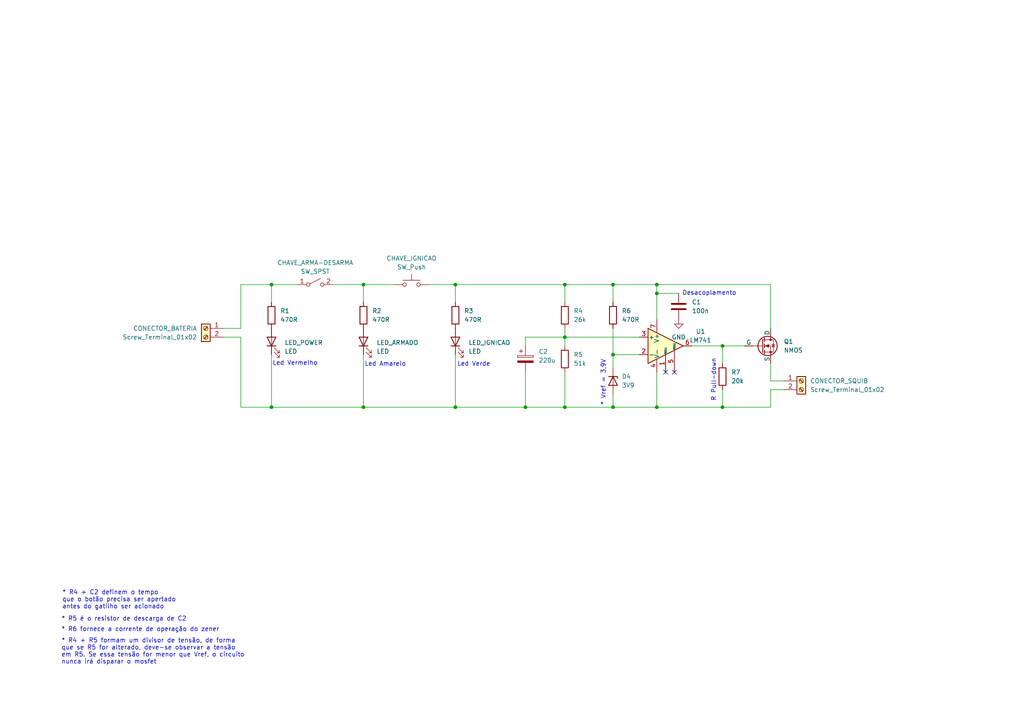
<source format=kicad_sch>
(kicad_sch (version 20231120) (generator "eeschema") (generator_version "8.0")
  (paper "A4")
  (title_block (title "Circuito acionador de combustível de motor") (date "2024-09-20") (rev "1") (company "Asa Branca Aerospace"))
  (lib_symbols
    (symbol "Amplifier_Operational:LM741" (pin_names (offset 0.127))
      (property "Reference" "U" (at 0 6.35 0))
      (property "Value" "LM741" (at 0 3.81 0))
      (symbol "LM741_0_1"
        (polyline (pts (xy -5.08 5.08) (xy 5.08 0) (xy -5.08 -5.08) (xy -5.08 5.08)) (stroke (width 0.254)) (fill (type background)))
      )
      (symbol "LM741_1_1"
        (pin input line (at 0 -7.62 90) (length 5.08) (name "NULL") (number "1"))
        (pin input line (at -7.62 -2.54 0) (length 2.54) (name "-") (number "2"))
        (pin input line (at -7.62 2.54 0) (length 2.54) (name "+") (number "3"))
        (pin power_in line (at -2.54 -7.62 90) (length 3.81) (name "V-") (number "4"))
        (pin input line (at 2.54 -7.62 90) (length 6.35) (name "NULL") (number "5"))
        (pin output line (at 7.62 0 180) (length 2.54) (name "~") (number "6"))
        (pin power_in line (at -2.54 7.62 270) (length 3.81) (name "V+") (number "7"))
        (pin no_connect line (at 0 2.54 270) (length 2.54) hide (name "NC") (number "8"))
      )
    )
    (symbol "Connector:Screw_Terminal_01x02" (pin_names (offset 1.016) hide)
      (property "Reference" "J" (at 0 2.54 0))
      (property "Value" "Screw_Terminal_01x02" (at 0 -5.08 0))
      (symbol "Screw_Terminal_01x02_1_1"
        (rectangle (start -1.27 1.27) (end 1.27 -3.81) (stroke (width 0.254)) (fill (type background)))
        (circle (center 0 -2.54) (radius 0.635) (stroke (width 0.1524)))
        (polyline (pts (xy -0.5334 -2.2098) (xy 0.3302 -3.048)) (stroke (width 0.1524)))
        (polyline (pts (xy -0.5334 0.3302) (xy 0.3302 -0.508)) (stroke (width 0.1524)))
        (polyline (pts (xy -0.3556 -2.032) (xy 0.508 -2.8702)) (stroke (width 0.1524)))
        (polyline (pts (xy -0.3556 0.508) (xy 0.508 -0.3302)) (stroke (width 0.1524)))
        (circle (center 0 0) (radius 0.635) (stroke (width 0.1524)))
        (pin passive line (at -5.08 0 0) (length 3.81) (name "Pin_1") (number "1"))
        (pin passive line (at -5.08 -2.54 0) (length 3.81) (name "Pin_2") (number "2"))
      )
    )
    (symbol "Device:C" (pin_numbers hide) (pin_names (offset 0.254))
      (property "Reference" "C" (at 0.635 2.54 0))
      (property "Value" "C" (at 0.635 -2.54 0))
      (symbol "C_0_1"
        (polyline (pts (xy -2.032 -0.762) (xy 2.032 -0.762)) (stroke (width 0.508)))
        (polyline (pts (xy -2.032 0.762) (xy 2.032 0.762)) (stroke (width 0.508)))
      )
      (symbol "C_1_1"
        (pin passive line (at 0 3.81 270) (length 2.794) (name "~") (number "1"))
        (pin passive line (at 0 -3.81 90) (length 2.794) (name "~") (number "2"))
      )
    )
    (symbol "Device:C_Polarized" (pin_numbers hide) (pin_names (offset 0.254))
      (property "Reference" "C" (at 0.635 2.54 0))
      (property "Value" "C_Polarized" (at 0.635 -2.54 0))
      (symbol "C_Polarized_0_1"
        (rectangle (start -2.286 0.508) (end 2.286 1.016))
        (polyline (pts (xy -1.778 2.286) (xy -0.762 2.286)))
        (polyline (pts (xy -1.27 2.794) (xy -1.27 1.778)))
        (rectangle (start 2.286 -0.508) (end -2.286 -1.016) (fill (type outline)))
      )
      (symbol "C_Polarized_1_1"
        (pin passive line (at 0 3.81 270) (length 2.794) (name "~") (number "1"))
        (pin passive line (at 0 -3.81 90) (length 2.794) (name "~") (number "2"))
      )
    )
    (symbol "Device:D_Zener" (pin_numbers hide) (pin_names (offset 1.016) hide)
      (property "Reference" "D" (at 0 2.54 0))
      (property "Value" "D_Zener" (at 0 -2.54 0))
      (symbol "D_Zener_0_1"
        (polyline (pts (xy 1.27 0) (xy -1.27 0)))
        (polyline (pts (xy -1.27 -1.27) (xy -1.27 1.27) (xy -0.762 1.27)) (stroke (width 0.254)))
        (polyline (pts (xy 1.27 -1.27) (xy 1.27 1.27) (xy -1.27 0) (xy 1.27 -1.27)) (stroke (width 0.254)))
      )
      (symbol "D_Zener_1_1"
        (pin passive line (at -3.81 0 0) (length 2.54) (name "K") (number "1"))
        (pin passive line (at 3.81 0 180) (length 2.54) (name "A") (number "2"))
      )
    )
    (symbol "Device:LED" (pin_numbers hide) (pin_names (offset 1.016) hide)
      (property "Reference" "D" (at 0 2.54 0))
      (property "Value" "LED" (at 0 -2.54 0))
      (symbol "LED_0_1"
        (polyline (pts (xy -1.27 -1.27) (xy -1.27 1.27)) (stroke (width 0.254)))
        (polyline (pts (xy -1.27 0) (xy 1.27 0)))
        (polyline (pts (xy 1.27 -1.27) (xy 1.27 1.27) (xy -1.27 0) (xy 1.27 -1.27)) (stroke (width 0.254)))
        (polyline (pts (xy -3.048 -0.762) (xy -4.572 -2.286) (xy -3.81 -2.286) (xy -4.572 -2.286) (xy -4.572 -1.524)))
        (polyline (pts (xy -1.778 -0.762) (xy -3.302 -2.286) (xy -2.54 -2.286) (xy -3.302 -2.286) (xy -3.302 -1.524)))
      )
      (symbol "LED_1_1"
        (pin passive line (at -3.81 0 0) (length 2.54) (name "K") (number "1"))
        (pin passive line (at 3.81 0 180) (length 2.54) (name "A") (number "2"))
      )
    )
    (symbol "Device:R" (pin_numbers hide) (pin_names (offset 0))
      (property "Reference" "R" (at 2.032 0 90))
      (property "Value" "R" (at 0 0 90))
      (symbol "R_0_1"
        (rectangle (start -1.016 -2.54) (end 1.016 2.54) (stroke (width 0.254)))
      )
      (symbol "R_1_1"
        (pin passive line (at 0 3.81 270) (length 1.27) (name "~") (number "1"))
        (pin passive line (at 0 -3.81 90) (length 1.27) (name "~") (number "2"))
      )
    )
    (symbol "Simulation_SPICE:NMOS" (pin_numbers hide) (pin_names (offset 0))
      (property "Reference" "Q" (at 5.08 1.27 0))
      (property "Value" "NMOS" (at 5.08 -1.27 0))
      (symbol "NMOS_0_1"
        (polyline (pts (xy 0.254 0) (xy -2.54 0)))
        (polyline (pts (xy 0.254 1.905) (xy 0.254 -1.905)) (stroke (width 0.254)))
        (polyline (pts (xy 0.762 -1.27) (xy 0.762 -2.286)) (stroke (width 0.254)))
        (polyline (pts (xy 0.762 0.508) (xy 0.762 -0.508)) (stroke (width 0.254)))
        (polyline (pts (xy 0.762 2.286) (xy 0.762 1.27)) (stroke (width 0.254)))
        (polyline (pts (xy 2.54 2.54) (xy 2.54 1.778)))
        (polyline (pts (xy 2.54 -2.54) (xy 2.54 0) (xy 0.762 0)))
        (polyline (pts (xy 0.762 -1.778) (xy 3.302 -1.778) (xy 3.302 1.778) (xy 0.762 1.778)))
        (polyline (pts (xy 1.016 0) (xy 2.032 0.381) (xy 2.032 -0.381) (xy 1.016 0)) (fill (type outline)))
        (polyline (pts (xy 2.794 0.508) (xy 2.921 0.381) (xy 3.683 0.381) (xy 3.81 0.254)))
        (polyline (pts (xy 3.302 0.381) (xy 2.921 -0.254) (xy 3.683 -0.254) (xy 3.302 0.381)))
        (circle (center 1.651 0) (radius 2.794) (stroke (width 0.254)))
        (circle (center 2.54 -1.778) (radius 0.254) (fill (type outline)))
        (circle (center 2.54 1.778) (radius 0.254) (fill (type outline)))
      )
      (symbol "NMOS_1_1"
        (pin passive line (at 2.54 5.08 270) (length 2.54) (name "D") (number "1"))
        (pin input line (at -5.08 0 0) (length 2.54) (name "G") (number "2"))
        (pin passive line (at 2.54 -5.08 90) (length 2.54) (name "S") (number "3"))
      )
    )
    (symbol "Switch:SW_Push" (pin_numbers hide) (pin_names (offset 1.016) hide)
      (property "Reference" "SW" (at 1.27 2.54 0))
      (property "Value" "SW_Push" (at 0 -1.524 0))
      (symbol "SW_Push_0_1"
        (circle (center -2.032 0) (radius 0.508))
        (polyline (pts (xy 0 1.27) (xy 0 3.048)))
        (polyline (pts (xy 2.54 1.27) (xy -2.54 1.27)))
        (circle (center 2.032 0) (radius 0.508))
        (pin passive line (at -5.08 0 0) (length 2.54) (name "1") (number "1"))
        (pin passive line (at 5.08 0 180) (length 2.54) (name "2") (number "2"))
      )
    )
    (symbol "Switch:SW_SPST" (pin_names (offset 0) hide)
      (property "Reference" "SW" (at 0 3.175 0))
      (property "Value" "SW_SPST" (at 0 -2.54 0))
      (symbol "SW_SPST_0_0"
        (circle (center -2.032 0) (radius 0.508))
        (polyline (pts (xy -1.524 0.254) (xy 1.524 1.778)))
        (circle (center 2.032 0) (radius 0.508))
      )
      (symbol "SW_SPST_1_1"
        (pin passive line (at -5.08 0 0) (length 2.54) (name "A") (number "1"))
        (pin passive line (at 5.08 0 180) (length 2.54) (name "B") (number "2"))
      )
    )
    (symbol "power:GND" (power) (pin_numbers hide) (pin_names (offset 0) hide)
      (property "Value" "GND" (at 0 -3.81 0))
      (symbol "GND_0_1"
        (polyline (pts (xy 0 0) (xy 0 -1.27) (xy 1.27 -1.27) (xy 0 -2.54) (xy -1.27 -1.27) (xy 0 -1.27)))
      )
      (symbol "GND_1_1"
        (pin power_in line (at 0 0 270) (length 0) (name "~") (number "1"))
      )
    )
  )
  (junction (at 177.8 118.11))
  (junction (at 163.83 118.11))
  (junction (at 78.74 118.11))
  (junction (at 132.08 118.11))
  (junction (at 152.4 118.11))
  (junction (at 132.08 82.55))
  (junction (at 78.74 82.55))
  (junction (at 105.41 118.11))
  (junction (at 163.83 97.79))
  (junction (at 163.83 82.55))
  (junction (at 177.8 82.55))
  (junction (at 209.55 118.11))
  (junction (at 209.55 100.33))
  (junction (at 190.5 85.09))
  (junction (at 105.41 82.55))
  (junction (at 190.5 82.55))
  (junction (at 177.8 102.87))
  (junction (at 190.5 118.11))
  (no_connect (at 195.58 107.95))
  (no_connect (at 193.04 107.95))
  (wire (pts (xy 163.83 97.79) (xy 185.42 97.79)))
  (wire (pts (xy 223.52 113.03) (xy 227.33 113.03)))
  (wire (pts (xy 78.74 102.87) (xy 78.74 118.11)))
  (wire (pts (xy 223.52 118.11) (xy 223.52 113.03)))
  (wire (pts (xy 132.08 82.55) (xy 132.08 87.63)))
  (wire (pts (xy 177.8 118.11) (xy 190.5 118.11)))
  (wire (pts (xy 152.4 100.33) (xy 152.4 97.79)))
  (wire (pts (xy 190.5 82.55) (xy 177.8 82.55)))
  (wire (pts (xy 163.83 118.11) (xy 177.8 118.11)))
  (wire (pts (xy 190.5 118.11) (xy 209.55 118.11)))
  (wire (pts (xy 105.41 82.55) (xy 114.3 82.55)))
  (wire (pts (xy 78.74 82.55) (xy 78.74 87.63)))
  (wire (pts (xy 69.85 82.55) (xy 78.74 82.55)))
  (wire (pts (xy 69.85 118.11) (xy 78.74 118.11)))
  (wire (pts (xy 177.8 82.55) (xy 163.83 82.55)))
  (wire (pts (xy 177.8 87.63) (xy 177.8 82.55)))
  (wire (pts (xy 209.55 100.33) (xy 215.9 100.33)))
  (wire (pts (xy 209.55 118.11) (xy 223.52 118.11)))
  (wire (pts (xy 163.83 97.79) (xy 163.83 100.33)))
  (wire (pts (xy 132.08 118.11) (xy 152.4 118.11)))
  (wire (pts (xy 69.85 95.25) (xy 69.85 82.55)))
  (wire (pts (xy 96.52 82.55) (xy 105.41 82.55)))
  (wire (pts (xy 223.52 95.25) (xy 223.52 82.55)))
  (wire (pts (xy 64.77 95.25) (xy 69.85 95.25)))
  (wire (pts (xy 200.66 100.33) (xy 209.55 100.33)))
  (wire (pts (xy 132.08 102.87) (xy 132.08 118.11)))
  (wire (pts (xy 69.85 97.79) (xy 69.85 118.11)))
  (wire (pts (xy 223.52 105.41) (xy 223.52 110.49)))
  (wire (pts (xy 163.83 87.63) (xy 163.83 82.55)))
  (wire (pts (xy 105.41 82.55) (xy 105.41 87.63)))
  (wire (pts (xy 78.74 82.55) (xy 86.36 82.55)))
  (wire (pts (xy 223.52 110.49) (xy 227.33 110.49)))
  (wire (pts (xy 190.5 85.09) (xy 196.85 85.09)))
  (wire (pts (xy 177.8 114.3) (xy 177.8 118.11)))
  (wire (pts (xy 209.55 100.33) (xy 209.55 105.41)))
  (wire (pts (xy 152.4 107.95) (xy 152.4 118.11)))
  (wire (pts (xy 78.74 118.11) (xy 105.41 118.11)))
  (wire (pts (xy 124.46 82.55) (xy 132.08 82.55)))
  (wire (pts (xy 163.83 95.25) (xy 163.83 97.79)))
  (wire (pts (xy 105.41 102.87) (xy 105.41 118.11)))
  (wire (pts (xy 177.8 102.87) (xy 177.8 106.68)))
  (wire (pts (xy 177.8 102.87) (xy 185.42 102.87)))
  (wire (pts (xy 209.55 113.03) (xy 209.55 118.11)))
  (wire (pts (xy 223.52 82.55) (xy 190.5 82.55)))
  (wire (pts (xy 105.41 118.11) (xy 132.08 118.11)))
  (wire (pts (xy 190.5 107.95) (xy 190.5 118.11)))
  (wire (pts (xy 64.77 97.79) (xy 69.85 97.79)))
  (wire (pts (xy 152.4 97.79) (xy 163.83 97.79)))
  (wire (pts (xy 152.4 118.11) (xy 163.83 118.11)))
  (wire (pts (xy 190.5 92.71) (xy 190.5 85.09)))
  (wire (pts (xy 177.8 95.25) (xy 177.8 102.87)))
  (wire (pts (xy 163.83 107.95) (xy 163.83 118.11)))
  (wire (pts (xy 132.08 82.55) (xy 163.83 82.55)))
  (wire (pts (xy 190.5 85.09) (xy 190.5 82.55)))
  (text "Led Verde" (at 137.414 105.664 0) (effects (font (size 1.27 1.27))))
  (text "* R5 é o resistor de descarga de C2" (at 17.78 179.578 0) (effects (font (size 1.27 1.27)) (justify left)))
  (text "Led Amarelo" (at 111.76 105.664 0) (effects (font (size 1.27 1.27))))
  (text "* Vref = 3,9V" (at 175.006 110.998 90) (effects (font (size 1.27 1.27))))
  (text "* R6 fornece a corrente de operação do zener" (at 17.78 182.626 0) (effects (font (size 1.27 1.27)) (justify left)))
  (text "* R4 + R5 formam um divisor de tensão, de forma\nque se R5 for alterado, deve-se observar a tensão\nem R5. Se essa tensão for menor que Vref, o circuito\nnunca irá disparar o mosfet" (at 17.78 188.976 0) (effects (font (size 1.27 1.27)) (justify left)))
  (text "Led Vermelho" (at 85.598 105.41 0) (effects (font (size 1.27 1.27))))
  (text "* R4 + C2 definem o tempo \nque o botão precisa ser apertado \nantes do gatilho ser acionado" (at 18.034 173.99 0) (effects (font (size 1.27 1.27)) (justify left)))
  (text "Desacoplamento" (at 205.74 85.09 0) (effects (font (size 1.27 1.27))))
  (text "R Pull-down" (at 207.01 110.236 90) (effects (font (size 1.27 1.27))))
  (symbol (lib_id "Device:R") (at 177.8 91.44 0) (unit 1)
    (property "Reference" "R6" (at 180.34 90.1699 0) (effects (justify left)))
    (property "Value" "470R" (at 180.34 92.7099 0) (effects (justify left)))
    (property "Description" "Resistor" (effects (hide yes)))
  )
  (symbol (lib_id "Device:LED") (at 132.08 99.06 90) (unit 1)
    (property "Reference" "LED_IGNICAO" (at 135.89 99.3774 90) (effects (justify right)))
    (property "Value" "LED" (at 135.89 101.9174 90) (effects (justify right)))
    (property "Description" "Light emitting diode" (effects (hide yes)))
  )
  (symbol (lib_id "Device:R") (at 209.55 109.22 0) (unit 1)
    (property "Reference" "R7" (at 212.09 107.9499 0) (effects (justify left)))
    (property "Value" "20k" (at 212.09 110.4899 0) (effects (justify left)))
    (property "Description" "Resistor" (effects (hide yes)))
  )
  (symbol (lib_id "Device:R") (at 78.74 91.44 0) (unit 1)
    (property "Reference" "R1" (at 81.28 90.1699 0) (effects (justify left)))
    (property "Value" "470R" (at 81.28 92.7099 0) (effects (justify left)))
    (property "Description" "Resistor" (effects (hide yes)))
  )
  (symbol (lib_id "Simulation_SPICE:NMOS") (at 220.98 100.33 0) (unit 1)
    (property "Reference" "Q1" (at 227.33 99.0599 0) (effects (justify left)))
    (property "Value" "NMOS" (at 227.33 101.5999 0) (effects (justify left)))
    (property "Datasheet" "https://ngspice.sourceforge.io/docs/ngspice-html-manual/manual.xhtml#cha_MOSFETs" (effects (hide yes)))
    (property "Description" "N-MOSFET transistor, drain/source/gate" (effects (hide yes)))
    (property "Sim.Device" "NMOS" (effects (hide yes)))
    (property "Sim.Type" "VDMOS" (effects (hide yes)))
    (property "Sim.Pins" "1=D 2=G 3=S" (effects (hide yes)))
  )
  (symbol (lib_id "power:GND") (at 196.85 92.71 0) (unit 1)
    (property "Reference" "#PWR01" (effects (hide yes)))
    (property "Value" "GND" (at 196.85 97.79 0))
    (property "Description" "Power symbol creates a global label with name \"GND\" , ground" (effects (hide yes)))
  )
  (symbol (lib_id "Device:D_Zener") (at 177.8 110.49 270) (unit 1)
    (property "Reference" "D4" (at 180.34 109.2199 90) (effects (justify left)))
    (property "Value" "3V9" (at 180.34 111.7599 90) (effects (justify left)))
    (property "Description" "Zener diode" (effects (hide yes)))
  )
  (symbol (lib_id "Device:C_Polarized") (at 152.4 104.14 0) (unit 1)
    (property "Reference" "C2" (at 156.21 101.9809 0) (effects (justify left)))
    (property "Value" "220u" (at 156.21 104.5209 0) (effects (justify left)))
    (property "Description" "Polarized capacitor" (effects (hide yes)))
  )
  (symbol (lib_id "Switch:SW_SPST") (at 91.44 82.55 0) (unit 1)
    (property "Reference" "CHAVE_ARMA-DESARMA" (at 91.44 76.2 0))
    (property "Value" "SW_SPST" (at 91.44 78.74 0))
    (property "Description" "Single Pole Single Throw (SPST) switch" (effects (hide yes)))
  )
  (symbol (lib_id "Switch:SW_Push") (at 119.38 82.55 0) (unit 1)
    (property "Reference" "CHAVE_IGNICAO" (at 119.38 74.93 0))
    (property "Value" "SW_Push" (at 119.38 77.47 0))
    (property "Description" "Push button switch, generic, two pins" (effects (hide yes)))
  )
  (symbol (lib_id "Device:R") (at 132.08 91.44 0) (unit 1)
    (property "Reference" "R3" (at 134.62 90.1699 0) (effects (justify left)))
    (property "Value" "470R" (at 134.62 92.7099 0) (effects (justify left)))
    (property "Description" "Resistor" (effects (hide yes)))
  )
  (symbol (lib_id "Device:LED") (at 105.41 99.06 90) (unit 1)
    (property "Reference" "LED_ARMADO" (at 109.22 99.3774 90) (effects (justify right)))
    (property "Value" "LED" (at 109.22 101.9174 90) (effects (justify right)))
    (property "Description" "Light emitting diode" (effects (hide yes)))
  )
  (symbol (lib_id "Connector:Screw_Terminal_01x02") (at 59.69 95.25 0) (mirror y) (unit 1)
    (property "Reference" "CONECTOR_BATERIA" (at 57.15 95.2499 0) (effects (justify left)))
    (property "Value" "Screw_Terminal_01x02" (at 57.15 97.7899 0) (effects (justify left)))
    (property "Description" "Generic screw terminal, single row, 01x02, script generated (kicad-library-utils/schlib/autogen/connector/)" (effects (hide yes)))
  )
  (symbol (lib_id "Device:C") (at 196.85 88.9 0) (unit 1)
    (property "Reference" "C1" (at 200.66 87.6299 0) (effects (justify left)))
    (property "Value" "100n" (at 200.66 90.1699 0) (effects (justify left)))
    (property "Description" "Unpolarized capacitor" (effects (hide yes)))
  )
  (symbol (lib_id "Device:R") (at 105.41 91.44 0) (unit 1)
    (property "Reference" "R2" (at 107.95 90.1699 0) (effects (justify left)))
    (property "Value" "470R" (at 107.95 92.7099 0) (effects (justify left)))
    (property "Description" "Resistor" (effects (hide yes)))
  )
  (symbol (lib_id "Device:R") (at 163.83 91.44 0) (unit 1)
    (property "Reference" "R4" (at 166.37 90.1699 0) (effects (justify left)))
    (property "Value" "26k" (at 166.37 92.7099 0) (effects (justify left)))
    (property "Description" "Resistor" (effects (hide yes)))
  )
  (symbol (lib_id "Device:LED") (at 78.74 99.06 90) (unit 1)
    (property "Reference" "LED_POWER" (at 82.55 99.3774 90) (effects (justify right)))
    (property "Value" "LED" (at 82.55 101.9174 90) (effects (justify right)))
    (property "Description" "Light emitting diode" (effects (hide yes)))
  )
  (symbol (lib_id "Connector:Screw_Terminal_01x02") (at 232.41 110.49 0) (unit 1)
    (property "Reference" "CONECTOR_SQUIB" (at 234.95 110.4899 0) (effects (justify left)))
    (property "Value" "Screw_Terminal_01x02" (at 234.95 113.0299 0) (effects (justify left)))
    (property "Description" "Generic screw terminal, single row, 01x02, script generated (kicad-library-utils/schlib/autogen/connector/)" (effects (hide yes)))
  )
  (symbol (lib_id "Amplifier_Operational:LM741") (at 193.04 100.33 0) (unit 1)
    (property "Reference" "U1" (at 203.2 96.139 0))
    (property "Value" "LM741" (at 203.2 98.679 0))
    (property "Datasheet" "http://www.ti.com/lit/ds/symlink/lm741.pdf" (effects (hide yes)))
    (property "Description" "Operational Amplifier, DIP-8/TO-99-8" (effects (hide yes)))
  )
  (symbol (lib_id "Device:R") (at 163.83 104.14 0) (unit 1)
    (property "Reference" "R5" (at 166.37 102.8699 0) (effects (justify left)))
    (property "Value" "51k" (at 166.37 105.4099 0) (effects (justify left)))
    (property "Description" "Resistor" (effects (hide yes)))
  )
)
</source>
